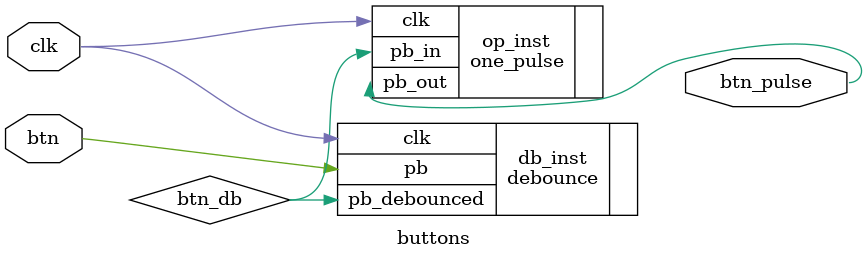
<source format=v>
module buttons(
    input clk,
    input btn,
    output wire btn_pulse
);
    wire btn_db;
    debounce db_inst(
        .clk(clk),
        .pb(btn),
        .pb_debounced(btn_db)
    );

    one_pulse op_inst(
        .clk(clk),
        .pb_in(btn_db),
        .pb_out(btn_pulse)
    );

    
endmodule
</source>
